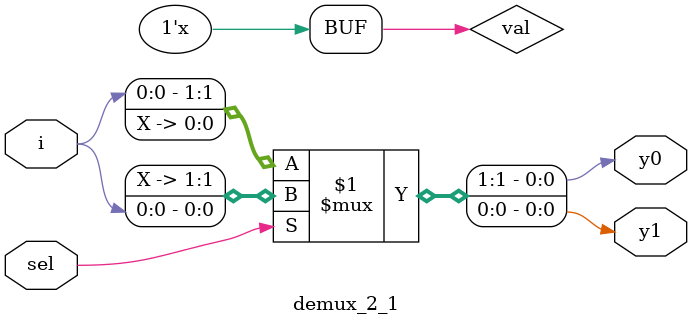
<source format=sv>
`timescale 1ns / 1ps

module demux_2_1#(parameter SIZE = 1)(
  input logic sel,
  input logic [SIZE-1:0] i,
  output logic [SIZE-1:0] y0, 
  output logic [SIZE-1:0] y1);
  
  
  logic [SIZE-1:0] val = 'bx;
  assign {y0,y1} = sel?{val,i}: {i,val};
  
endmodule

</source>
